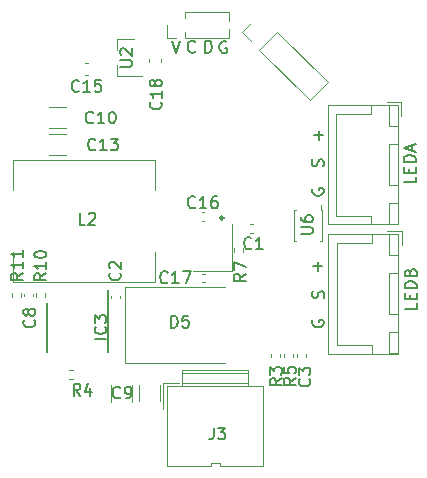
<source format=gto>
G04 #@! TF.GenerationSoftware,KiCad,Pcbnew,(5.1.10)-1*
G04 #@! TF.CreationDate,2021-05-29T17:35:04+08:00*
G04 #@! TF.ProjectId,tiny_V1.0,74696e79-5f56-4312-9e30-2e6b69636164,rev?*
G04 #@! TF.SameCoordinates,Original*
G04 #@! TF.FileFunction,Legend,Top*
G04 #@! TF.FilePolarity,Positive*
%FSLAX46Y46*%
G04 Gerber Fmt 4.6, Leading zero omitted, Abs format (unit mm)*
G04 Created by KiCad (PCBNEW (5.1.10)-1) date 2021-05-29 17:35:04*
%MOMM*%
%LPD*%
G01*
G04 APERTURE LIST*
%ADD10C,0.152400*%
%ADD11C,0.120000*%
%ADD12C,0.150000*%
%ADD13C,0.250000*%
G04 APERTURE END LIST*
D10*
X8327472Y7567708D02*
X9101567Y7567708D01*
X8714520Y7180660D02*
X8714520Y7954756D01*
X9074958Y4959854D02*
X9123339Y5104997D01*
X9123339Y5346901D01*
X9074958Y5443663D01*
X9026577Y5492044D01*
X8929815Y5540425D01*
X8833053Y5540425D01*
X8736291Y5492044D01*
X8687910Y5443663D01*
X8639529Y5346901D01*
X8591148Y5153378D01*
X8542767Y5056616D01*
X8494386Y5008235D01*
X8397624Y4959854D01*
X8300862Y4959854D01*
X8204100Y5008235D01*
X8155720Y5056616D01*
X8107339Y5153378D01*
X8107339Y5395282D01*
X8155720Y5540425D01*
X8173500Y3057515D02*
X8125119Y2960753D01*
X8125119Y2815610D01*
X8173500Y2670467D01*
X8270261Y2573705D01*
X8367023Y2525324D01*
X8560547Y2476943D01*
X8705690Y2476943D01*
X8899214Y2525324D01*
X8995976Y2573705D01*
X9092738Y2670467D01*
X9141119Y2815610D01*
X9141119Y2912372D01*
X9092738Y3057515D01*
X9044357Y3105896D01*
X8705690Y3105896D01*
X8705690Y2912372D01*
X8173500Y-8085464D02*
X8125119Y-8182226D01*
X8125119Y-8327369D01*
X8173500Y-8472512D01*
X8270261Y-8569274D01*
X8367023Y-8617655D01*
X8560547Y-8666036D01*
X8705690Y-8666036D01*
X8899214Y-8617655D01*
X8995976Y-8569274D01*
X9092738Y-8472512D01*
X9141119Y-8327369D01*
X9141119Y-8230607D01*
X9092738Y-8085464D01*
X9044357Y-8037083D01*
X8705690Y-8037083D01*
X8705690Y-8230607D01*
X9107978Y-6188205D02*
X9156359Y-6043062D01*
X9156359Y-5801158D01*
X9107978Y-5704396D01*
X9059597Y-5656015D01*
X8962835Y-5607634D01*
X8866073Y-5607634D01*
X8769311Y-5656015D01*
X8720930Y-5704396D01*
X8672549Y-5801158D01*
X8624168Y-5994681D01*
X8575787Y-6091443D01*
X8527406Y-6139824D01*
X8430644Y-6188205D01*
X8333882Y-6188205D01*
X8237120Y-6139824D01*
X8188740Y-6091443D01*
X8140359Y-5994681D01*
X8140359Y-5752777D01*
X8188740Y-5607634D01*
X8241112Y-3511771D02*
X9015207Y-3511771D01*
X8628160Y-3898819D02*
X8628160Y-3124723D01*
X16979559Y-6627262D02*
X16979559Y-7111072D01*
X15963559Y-7111072D01*
X16447368Y-6288596D02*
X16447368Y-5949929D01*
X16979559Y-5804786D02*
X16979559Y-6288596D01*
X15963559Y-6288596D01*
X15963559Y-5804786D01*
X16979559Y-5369358D02*
X15963559Y-5369358D01*
X15963559Y-5127453D01*
X16011940Y-4982310D01*
X16108701Y-4885548D01*
X16205463Y-4837167D01*
X16398987Y-4788786D01*
X16544130Y-4788786D01*
X16737654Y-4837167D01*
X16834416Y-4885548D01*
X16931178Y-4982310D01*
X16979559Y-5127453D01*
X16979559Y-5369358D01*
X16447368Y-4014691D02*
X16495749Y-3869548D01*
X16544130Y-3821167D01*
X16640892Y-3772786D01*
X16786035Y-3772786D01*
X16882797Y-3821167D01*
X16931178Y-3869548D01*
X16979559Y-3966310D01*
X16979559Y-4353358D01*
X15963559Y-4353358D01*
X15963559Y-4014691D01*
X16011940Y-3917929D01*
X16060320Y-3869548D01*
X16157082Y-3821167D01*
X16253844Y-3821167D01*
X16350606Y-3869548D01*
X16398987Y-3917929D01*
X16447368Y-4014691D01*
X16447368Y-4353358D01*
X16895739Y4070128D02*
X16895739Y3586319D01*
X15879739Y3586319D01*
X16363548Y4408795D02*
X16363548Y4747461D01*
X16895739Y4892604D02*
X16895739Y4408795D01*
X15879739Y4408795D01*
X15879739Y4892604D01*
X16895739Y5328033D02*
X15879739Y5328033D01*
X15879739Y5569938D01*
X15928120Y5715080D01*
X16024881Y5811842D01*
X16121643Y5860223D01*
X16315167Y5908604D01*
X16460310Y5908604D01*
X16653834Y5860223D01*
X16750596Y5811842D01*
X16847358Y5715080D01*
X16895739Y5569938D01*
X16895739Y5328033D01*
X16605453Y6295652D02*
X16605453Y6779461D01*
X16895739Y6198890D02*
X15879739Y6537557D01*
X16895739Y6876223D01*
X-3724706Y15557580D02*
X-3386040Y14541580D01*
X-3047373Y15557580D01*
X867855Y15496500D02*
X771093Y15544880D01*
X625950Y15544880D01*
X480807Y15496500D01*
X384045Y15399738D01*
X335664Y15302976D01*
X287283Y15109452D01*
X287283Y14964309D01*
X335664Y14770785D01*
X384045Y14674023D01*
X480807Y14577261D01*
X625950Y14528880D01*
X722712Y14528880D01*
X867855Y14577261D01*
X916236Y14625642D01*
X916236Y14964309D01*
X722712Y14964309D01*
X-919095Y14564440D02*
X-919095Y15580440D01*
X-677190Y15580440D01*
X-532047Y15532060D01*
X-435285Y15435298D01*
X-386904Y15338536D01*
X-338523Y15145012D01*
X-338523Y14999869D01*
X-386904Y14806345D01*
X-435285Y14709583D01*
X-532047Y14612821D01*
X-677190Y14564440D01*
X-919095Y14564440D01*
X-1745683Y14673902D02*
X-1794064Y14625521D01*
X-1939207Y14577140D01*
X-2035969Y14577140D01*
X-2181112Y14625521D01*
X-2277874Y14722283D01*
X-2326255Y14819045D01*
X-2374636Y15012569D01*
X-2374636Y15157712D01*
X-2326255Y15351236D01*
X-2277874Y15447998D01*
X-2181112Y15544760D01*
X-2035969Y15593140D01*
X-1939207Y15593140D01*
X-1794064Y15544760D01*
X-1745683Y15496379D01*
D11*
X7606400Y-10964064D02*
X7606400Y-11179736D01*
X6886400Y-10964064D02*
X6886400Y-11179736D01*
X15436640Y-782680D02*
X9466640Y-782680D01*
X9466640Y-782680D02*
X9466640Y-10902680D01*
X9466640Y-10902680D02*
X15436640Y-10902680D01*
X15436640Y-10902680D02*
X15436640Y-782680D01*
X15426640Y-4092680D02*
X14676640Y-4092680D01*
X14676640Y-4092680D02*
X14676640Y-7592680D01*
X14676640Y-7592680D02*
X15426640Y-7592680D01*
X15426640Y-7592680D02*
X15426640Y-4092680D01*
X15426640Y-792680D02*
X14676640Y-792680D01*
X14676640Y-792680D02*
X14676640Y-2592680D01*
X14676640Y-2592680D02*
X15426640Y-2592680D01*
X15426640Y-2592680D02*
X15426640Y-792680D01*
X15426640Y-9092680D02*
X14676640Y-9092680D01*
X14676640Y-9092680D02*
X14676640Y-10892680D01*
X14676640Y-10892680D02*
X15426640Y-10892680D01*
X15426640Y-10892680D02*
X15426640Y-9092680D01*
X13176640Y-792680D02*
X13176640Y-1542680D01*
X13176640Y-1542680D02*
X10226640Y-1542680D01*
X10226640Y-1542680D02*
X10226640Y-5842680D01*
X13176640Y-10892680D02*
X13176640Y-10142680D01*
X13176640Y-10142680D02*
X10226640Y-10142680D01*
X10226640Y-10142680D02*
X10226640Y-5842680D01*
X15726640Y-1742680D02*
X15726640Y-492680D01*
X15726640Y-492680D02*
X14476640Y-492680D01*
X15413780Y10146940D02*
X9443780Y10146940D01*
X9443780Y10146940D02*
X9443780Y26940D01*
X9443780Y26940D02*
X15413780Y26940D01*
X15413780Y26940D02*
X15413780Y10146940D01*
X15403780Y6836940D02*
X14653780Y6836940D01*
X14653780Y6836940D02*
X14653780Y3336940D01*
X14653780Y3336940D02*
X15403780Y3336940D01*
X15403780Y3336940D02*
X15403780Y6836940D01*
X15403780Y10136940D02*
X14653780Y10136940D01*
X14653780Y10136940D02*
X14653780Y8336940D01*
X14653780Y8336940D02*
X15403780Y8336940D01*
X15403780Y8336940D02*
X15403780Y10136940D01*
X15403780Y1836940D02*
X14653780Y1836940D01*
X14653780Y1836940D02*
X14653780Y36940D01*
X14653780Y36940D02*
X15403780Y36940D01*
X15403780Y36940D02*
X15403780Y1836940D01*
X13153780Y10136940D02*
X13153780Y9386940D01*
X13153780Y9386940D02*
X10203780Y9386940D01*
X10203780Y9386940D02*
X10203780Y5086940D01*
X13153780Y36940D02*
X13153780Y786940D01*
X13153780Y786940D02*
X10203780Y786940D01*
X10203780Y786940D02*
X10203780Y5086940D01*
X15703780Y9186940D02*
X15703780Y10436940D01*
X15703780Y10436940D02*
X14453780Y10436940D01*
X-4463640Y-13382940D02*
X-4463640Y-15582940D01*
X-3163640Y-13382940D02*
X-4463640Y-13382940D01*
X326360Y-20412940D02*
X4006360Y-20412940D01*
X-443640Y-20412940D02*
X-4123640Y-20412940D01*
X-443640Y-20412940D02*
X-443640Y-20152940D01*
X-443640Y-20152940D02*
X326360Y-20152940D01*
X326360Y-20152940D02*
X326360Y-20412940D01*
X-2853640Y-13422940D02*
X2736360Y-13422940D01*
X-2853640Y-12532940D02*
X2736360Y-12532940D01*
X4006360Y-13672940D02*
X4006360Y-15582940D01*
X-4123640Y-13672940D02*
X-4123640Y-15582940D01*
X-2853640Y-12282940D02*
X2736360Y-12282940D01*
X2736360Y-13672940D02*
X2736360Y-12282940D01*
X-2853640Y-13672940D02*
X-2853640Y-12282940D01*
X-4123640Y-13672940D02*
X4006360Y-13672940D01*
X-4123640Y-15582940D02*
X-4123640Y-20412940D01*
X4006360Y-20412940D02*
X4006360Y-15582940D01*
X-1962640Y-3894880D02*
X1337360Y-3894880D01*
X1337360Y-3894880D02*
X1337360Y105120D01*
X6600120Y1256780D02*
X6800120Y1256780D01*
X8900120Y1256780D02*
X8900120Y1656780D01*
X9000120Y1256780D02*
X8900120Y1256780D01*
X9000120Y-1343220D02*
X9000120Y1256780D01*
X8800120Y-1343220D02*
X9000120Y-1343220D01*
X6600120Y-1343220D02*
X6800120Y-1343220D01*
X6600120Y1256780D02*
X6600120Y-1343220D01*
X-8420860Y15770940D02*
X-8420860Y14840940D01*
X-8420860Y12610940D02*
X-8420860Y13540940D01*
X-8420860Y12610940D02*
X-6260860Y12610940D01*
X-8420860Y15770940D02*
X-6960860Y15770940D01*
X-17235660Y-6104901D02*
X-17235660Y-5797619D01*
X-16475660Y-6104901D02*
X-16475660Y-5797619D01*
X-15239220Y-6112521D02*
X-15239220Y-5805239D01*
X-14479220Y-6112521D02*
X-14479220Y-5805239D01*
X1547640Y-2287281D02*
X1547640Y-1979999D01*
X2307640Y-2287281D02*
X2307640Y-1979999D01*
X5751340Y-11220461D02*
X5751340Y-10913179D01*
X6511340Y-11220461D02*
X6511340Y-10913179D01*
X-12140179Y-13064800D02*
X-12447461Y-13064800D01*
X-12140179Y-12304800D02*
X-12447461Y-12304800D01*
X5411520Y-10918259D02*
X5411520Y-11225541D01*
X4651520Y-10918259D02*
X4651520Y-11225541D01*
X-17145740Y-2290160D02*
X-17145740Y-4840160D01*
X-5145740Y2909840D02*
X-5145740Y5459840D01*
X-5145740Y5459840D02*
X-17145740Y5459840D01*
X-17145740Y5459840D02*
X-17145740Y2909840D01*
X-17145740Y-4840160D02*
X-5145740Y-4840160D01*
X-5145740Y-4840160D02*
X-5145740Y-2290160D01*
X1118960Y15813980D02*
X1118960Y16616450D01*
X1118960Y17231510D02*
X1118960Y18033980D01*
X-2626040Y15813980D02*
X1118960Y15813980D01*
X-2626040Y18033980D02*
X1118960Y18033980D01*
X-2626040Y15813980D02*
X-2626040Y16360509D01*
X-2626040Y17487451D02*
X-2626040Y18033980D01*
X-3386040Y15813980D02*
X-4146040Y15813980D01*
X-4146040Y15813980D02*
X-4146040Y16923980D01*
X7953361Y10552353D02*
X9452427Y12051419D01*
X3668294Y14837420D02*
X7953361Y10552353D01*
X5167360Y16336486D02*
X9452427Y12051419D01*
X3668294Y14837420D02*
X5167360Y16336486D01*
X2961187Y15544527D02*
X2211654Y16294060D01*
X2211654Y16294060D02*
X2961187Y17043593D01*
D12*
X-9121920Y-5511840D02*
X-9121920Y-10761840D01*
X-14271920Y-6611840D02*
X-14271920Y-10761840D01*
D13*
X630680Y576040D02*
G75*
G03*
X630680Y576040I-125000J0D01*
G01*
D11*
X-7672960Y-11731100D02*
X-7672960Y-5231100D01*
X-7672960Y-11731100D02*
X727040Y-11731100D01*
X-7672960Y-5231100D02*
X727040Y-5231100D01*
X-6531240Y-14953072D02*
X-6531240Y-13530568D01*
X-4711240Y-14953072D02*
X-4711240Y-13530568D01*
X-4661660Y14054660D02*
X-4661660Y13773500D01*
X-5681660Y14054660D02*
X-5681660Y13773500D01*
X-1182476Y-4146000D02*
X-966804Y-4146000D01*
X-1182476Y-4866000D02*
X-966804Y-4866000D01*
X-1220576Y1068620D02*
X-1004904Y1068620D01*
X-1220576Y348620D02*
X-1004904Y348620D01*
X-11075500Y13677320D02*
X-10794340Y13677320D01*
X-11075500Y12657320D02*
X-10794340Y12657320D01*
X-12730648Y5897160D02*
X-14153152Y5897160D01*
X-12730648Y7717160D02*
X-14153152Y7717160D01*
X-12720488Y8188240D02*
X-14142992Y8188240D01*
X-12720488Y10008240D02*
X-14142992Y10008240D01*
X-8888360Y-14973392D02*
X-8888360Y-13550888D01*
X-7068360Y-14973392D02*
X-7068360Y-13550888D01*
X-16217440Y-6059096D02*
X-16217440Y-5843424D01*
X-15497440Y-6059096D02*
X-15497440Y-5843424D01*
X-8879380Y-6216576D02*
X-8879380Y-6000904D01*
X-8159380Y-6216576D02*
X-8159380Y-6000904D01*
X2891684Y32300D02*
X3107356Y32300D01*
X2891684Y-687700D02*
X3107356Y-687700D01*
D12*
X7903262Y-13039426D02*
X7950881Y-13087045D01*
X7998500Y-13229902D01*
X7998500Y-13325140D01*
X7950881Y-13467998D01*
X7855643Y-13563236D01*
X7760405Y-13610855D01*
X7569929Y-13658474D01*
X7427072Y-13658474D01*
X7236596Y-13610855D01*
X7141358Y-13563236D01*
X7046120Y-13467998D01*
X6998500Y-13325140D01*
X6998500Y-13229902D01*
X7046120Y-13087045D01*
X7093739Y-13039426D01*
X6998500Y-12706093D02*
X6998500Y-12087045D01*
X7379453Y-12420379D01*
X7379453Y-12277521D01*
X7427072Y-12182283D01*
X7474691Y-12134664D01*
X7569929Y-12087045D01*
X7808024Y-12087045D01*
X7903262Y-12134664D01*
X7950881Y-12182283D01*
X7998500Y-12277521D01*
X7998500Y-12563236D01*
X7950881Y-12658474D01*
X7903262Y-12706093D01*
X-204013Y-17166380D02*
X-204013Y-17880666D01*
X-251632Y-18023523D01*
X-346870Y-18118761D01*
X-489727Y-18166380D01*
X-584965Y-18166380D01*
X176939Y-17166380D02*
X795986Y-17166380D01*
X462653Y-17547333D01*
X605510Y-17547333D01*
X700748Y-17594952D01*
X748367Y-17642571D01*
X795986Y-17737809D01*
X795986Y-17975904D01*
X748367Y-18071142D01*
X700748Y-18118761D01*
X605510Y-18166380D01*
X319796Y-18166380D01*
X224558Y-18118761D01*
X176939Y-18071142D01*
X7186460Y-774644D02*
X7995984Y-774644D01*
X8091222Y-727025D01*
X8138841Y-679406D01*
X8186460Y-584168D01*
X8186460Y-393692D01*
X8138841Y-298454D01*
X8091222Y-250835D01*
X7995984Y-203216D01*
X7186460Y-203216D01*
X7186460Y701545D02*
X7186460Y511069D01*
X7234080Y415831D01*
X7281699Y368212D01*
X7424556Y272974D01*
X7615032Y225355D01*
X7995984Y225355D01*
X8091222Y272974D01*
X8138841Y320593D01*
X8186460Y415831D01*
X8186460Y606307D01*
X8138841Y701545D01*
X8091222Y749164D01*
X7995984Y796783D01*
X7757889Y796783D01*
X7662651Y749164D01*
X7615032Y701545D01*
X7567413Y606307D01*
X7567413Y415831D01*
X7615032Y320593D01*
X7662651Y272974D01*
X7757889Y225355D01*
X-8124659Y13365535D02*
X-7315135Y13365535D01*
X-7219897Y13413154D01*
X-7172278Y13460773D01*
X-7124659Y13556011D01*
X-7124659Y13746487D01*
X-7172278Y13841725D01*
X-7219897Y13889344D01*
X-7315135Y13936963D01*
X-8124659Y13936963D01*
X-8029420Y14365535D02*
X-8077040Y14413154D01*
X-8124659Y14508392D01*
X-8124659Y14746487D01*
X-8077040Y14841725D01*
X-8029420Y14889344D01*
X-7934182Y14936963D01*
X-7838944Y14936963D01*
X-7696087Y14889344D01*
X-7124659Y14317916D01*
X-7124659Y14936963D01*
X-16347399Y-4079517D02*
X-16823589Y-4412850D01*
X-16347399Y-4650945D02*
X-17347399Y-4650945D01*
X-17347399Y-4269993D01*
X-17299780Y-4174755D01*
X-17252160Y-4127136D01*
X-17156922Y-4079517D01*
X-17014065Y-4079517D01*
X-16918827Y-4127136D01*
X-16871208Y-4174755D01*
X-16823589Y-4269993D01*
X-16823589Y-4650945D01*
X-16347399Y-3127136D02*
X-16347399Y-3698564D01*
X-16347399Y-3412850D02*
X-17347399Y-3412850D01*
X-17204541Y-3508088D01*
X-17109303Y-3603326D01*
X-17061684Y-3698564D01*
X-16347399Y-2174755D02*
X-16347399Y-2746183D01*
X-16347399Y-2460469D02*
X-17347399Y-2460469D01*
X-17204541Y-2555707D01*
X-17109303Y-2650945D01*
X-17061684Y-2746183D01*
X-14383979Y-4122697D02*
X-14860169Y-4456030D01*
X-14383979Y-4694125D02*
X-15383979Y-4694125D01*
X-15383979Y-4313173D01*
X-15336360Y-4217935D01*
X-15288740Y-4170316D01*
X-15193502Y-4122697D01*
X-15050645Y-4122697D01*
X-14955407Y-4170316D01*
X-14907788Y-4217935D01*
X-14860169Y-4313173D01*
X-14860169Y-4694125D01*
X-14383979Y-3170316D02*
X-14383979Y-3741744D01*
X-14383979Y-3456030D02*
X-15383979Y-3456030D01*
X-15241121Y-3551268D01*
X-15145883Y-3646506D01*
X-15098264Y-3741744D01*
X-15383979Y-2551268D02*
X-15383979Y-2456030D01*
X-15336360Y-2360792D01*
X-15288740Y-2313173D01*
X-15193502Y-2265554D01*
X-15003026Y-2217935D01*
X-14764931Y-2217935D01*
X-14574455Y-2265554D01*
X-14479217Y-2313173D01*
X-14431598Y-2360792D01*
X-14383979Y-2456030D01*
X-14383979Y-2551268D01*
X-14431598Y-2646506D01*
X-14479217Y-2694125D01*
X-14574455Y-2741744D01*
X-14764931Y-2789363D01*
X-15003026Y-2789363D01*
X-15193502Y-2741744D01*
X-15288740Y-2694125D01*
X-15336360Y-2646506D01*
X-15383979Y-2551268D01*
X2514640Y-4157046D02*
X2038450Y-4490380D01*
X2514640Y-4728475D02*
X1514640Y-4728475D01*
X1514640Y-4347522D01*
X1562260Y-4252284D01*
X1609879Y-4204665D01*
X1705117Y-4157046D01*
X1847974Y-4157046D01*
X1943212Y-4204665D01*
X1990831Y-4252284D01*
X2038450Y-4347522D01*
X2038450Y-4728475D01*
X1514640Y-3823713D02*
X1514640Y-3157046D01*
X2514640Y-3585618D01*
X6738660Y-12953066D02*
X6262470Y-13286400D01*
X6738660Y-13524495D02*
X5738660Y-13524495D01*
X5738660Y-13143542D01*
X5786280Y-13048304D01*
X5833899Y-13000685D01*
X5929137Y-12953066D01*
X6071994Y-12953066D01*
X6167232Y-13000685D01*
X6214851Y-13048304D01*
X6262470Y-13143542D01*
X6262470Y-13524495D01*
X5738660Y-12048304D02*
X5738660Y-12524495D01*
X6214851Y-12572114D01*
X6167232Y-12524495D01*
X6119613Y-12429257D01*
X6119613Y-12191161D01*
X6167232Y-12095923D01*
X6214851Y-12048304D01*
X6310089Y-12000685D01*
X6548184Y-12000685D01*
X6643422Y-12048304D01*
X6691041Y-12095923D01*
X6738660Y-12191161D01*
X6738660Y-12429257D01*
X6691041Y-12524495D01*
X6643422Y-12572114D01*
X-11485126Y-14460520D02*
X-11818460Y-13984330D01*
X-12056555Y-14460520D02*
X-12056555Y-13460520D01*
X-11675602Y-13460520D01*
X-11580364Y-13508140D01*
X-11532745Y-13555759D01*
X-11485126Y-13650997D01*
X-11485126Y-13793854D01*
X-11532745Y-13889092D01*
X-11580364Y-13936711D01*
X-11675602Y-13984330D01*
X-12056555Y-13984330D01*
X-10627983Y-13793854D02*
X-10627983Y-14460520D01*
X-10866079Y-13412901D02*
X-11104174Y-14127187D01*
X-10485126Y-14127187D01*
X5562640Y-13011486D02*
X5086450Y-13344820D01*
X5562640Y-13582915D02*
X4562640Y-13582915D01*
X4562640Y-13201962D01*
X4610260Y-13106724D01*
X4657879Y-13059105D01*
X4753117Y-13011486D01*
X4895974Y-13011486D01*
X4991212Y-13059105D01*
X5038831Y-13106724D01*
X5086450Y-13201962D01*
X5086450Y-13582915D01*
X4562640Y-12678153D02*
X4562640Y-12059105D01*
X4943593Y-12392439D01*
X4943593Y-12249581D01*
X4991212Y-12154343D01*
X5038831Y-12106724D01*
X5134069Y-12059105D01*
X5372164Y-12059105D01*
X5467402Y-12106724D01*
X5515021Y-12154343D01*
X5562640Y-12249581D01*
X5562640Y-12535296D01*
X5515021Y-12630534D01*
X5467402Y-12678153D01*
X-11063486Y22559D02*
X-11539677Y22559D01*
X-11539677Y1022559D01*
X-10777772Y927320D02*
X-10730153Y974940D01*
X-10634915Y1022559D01*
X-10396820Y1022559D01*
X-10301581Y974940D01*
X-10253962Y927320D01*
X-10206343Y832082D01*
X-10206343Y736844D01*
X-10253962Y593987D01*
X-10825391Y22559D01*
X-10206343Y22559D01*
X-9283659Y-9670650D02*
X-10283659Y-9670650D01*
X-9378897Y-8623031D02*
X-9331278Y-8670650D01*
X-9283659Y-8813507D01*
X-9283659Y-8908745D01*
X-9331278Y-9051602D01*
X-9426516Y-9146840D01*
X-9521754Y-9194460D01*
X-9712230Y-9242079D01*
X-9855087Y-9242079D01*
X-10045563Y-9194460D01*
X-10140801Y-9146840D01*
X-10236040Y-9051602D01*
X-10283659Y-8908745D01*
X-10283659Y-8813507D01*
X-10236040Y-8670650D01*
X-10188420Y-8623031D01*
X-10283659Y-8289698D02*
X-10283659Y-7670650D01*
X-9902706Y-8003983D01*
X-9902706Y-7861126D01*
X-9855087Y-7765888D01*
X-9807468Y-7718269D01*
X-9712230Y-7670650D01*
X-9474135Y-7670650D01*
X-9378897Y-7718269D01*
X-9331278Y-7765888D01*
X-9283659Y-7861126D01*
X-9283659Y-8146840D01*
X-9331278Y-8242079D01*
X-9378897Y-8289698D01*
X-3809175Y-8697260D02*
X-3809175Y-7697260D01*
X-3571080Y-7697260D01*
X-3428222Y-7744880D01*
X-3332984Y-7840118D01*
X-3285365Y-7935356D01*
X-3237746Y-8125832D01*
X-3237746Y-8268689D01*
X-3285365Y-8459165D01*
X-3332984Y-8554403D01*
X-3428222Y-8649641D01*
X-3571080Y-8697260D01*
X-3809175Y-8697260D01*
X-2332984Y-7697260D02*
X-2809175Y-7697260D01*
X-2856794Y-8173451D01*
X-2809175Y-8125832D01*
X-2713937Y-8078213D01*
X-2475841Y-8078213D01*
X-2380603Y-8125832D01*
X-2332984Y-8173451D01*
X-2285365Y-8268689D01*
X-2285365Y-8506784D01*
X-2332984Y-8602022D01*
X-2380603Y-8649641D01*
X-2475841Y-8697260D01*
X-2713937Y-8697260D01*
X-2809175Y-8649641D01*
X-2856794Y-8602022D01*
X-4690057Y10393402D02*
X-4642438Y10345783D01*
X-4594819Y10202926D01*
X-4594819Y10107688D01*
X-4642438Y9964831D01*
X-4737676Y9869593D01*
X-4832914Y9821974D01*
X-5023390Y9774355D01*
X-5166247Y9774355D01*
X-5356723Y9821974D01*
X-5451961Y9869593D01*
X-5547200Y9964831D01*
X-5594819Y10107688D01*
X-5594819Y10202926D01*
X-5547200Y10345783D01*
X-5499580Y10393402D01*
X-4594819Y11345783D02*
X-4594819Y10774355D01*
X-4594819Y11060069D02*
X-5594819Y11060069D01*
X-5451961Y10964831D01*
X-5356723Y10869593D01*
X-5309104Y10774355D01*
X-5166247Y11917212D02*
X-5213866Y11821974D01*
X-5261485Y11774355D01*
X-5356723Y11726736D01*
X-5404342Y11726736D01*
X-5499580Y11774355D01*
X-5547200Y11821974D01*
X-5594819Y11917212D01*
X-5594819Y12107688D01*
X-5547200Y12202926D01*
X-5499580Y12250545D01*
X-5404342Y12298164D01*
X-5356723Y12298164D01*
X-5261485Y12250545D01*
X-5213866Y12202926D01*
X-5166247Y12107688D01*
X-5166247Y11917212D01*
X-5118628Y11821974D01*
X-5071009Y11774355D01*
X-4975771Y11726736D01*
X-4785295Y11726736D01*
X-4690057Y11774355D01*
X-4642438Y11821974D01*
X-4594819Y11917212D01*
X-4594819Y12107688D01*
X-4642438Y12202926D01*
X-4690057Y12250545D01*
X-4785295Y12298164D01*
X-4975771Y12298164D01*
X-5071009Y12250545D01*
X-5118628Y12202926D01*
X-5166247Y12107688D01*
X-4102557Y-4858062D02*
X-4150176Y-4905681D01*
X-4293033Y-4953300D01*
X-4388271Y-4953300D01*
X-4531128Y-4905681D01*
X-4626366Y-4810443D01*
X-4673985Y-4715205D01*
X-4721604Y-4524729D01*
X-4721604Y-4381872D01*
X-4673985Y-4191396D01*
X-4626366Y-4096158D01*
X-4531128Y-4000920D01*
X-4388271Y-3953300D01*
X-4293033Y-3953300D01*
X-4150176Y-4000920D01*
X-4102557Y-4048539D01*
X-3150176Y-4953300D02*
X-3721604Y-4953300D01*
X-3435890Y-4953300D02*
X-3435890Y-3953300D01*
X-3531128Y-4096158D01*
X-3626366Y-4191396D01*
X-3721604Y-4239015D01*
X-2816842Y-3953300D02*
X-2150176Y-3953300D01*
X-2578747Y-4953300D01*
X-1755597Y1511477D02*
X-1803216Y1463858D01*
X-1946073Y1416239D01*
X-2041311Y1416239D01*
X-2184168Y1463858D01*
X-2279406Y1559096D01*
X-2327025Y1654334D01*
X-2374644Y1844810D01*
X-2374644Y1987667D01*
X-2327025Y2178143D01*
X-2279406Y2273381D01*
X-2184168Y2368620D01*
X-2041311Y2416239D01*
X-1946073Y2416239D01*
X-1803216Y2368620D01*
X-1755597Y2321000D01*
X-803216Y1416239D02*
X-1374644Y1416239D01*
X-1088930Y1416239D02*
X-1088930Y2416239D01*
X-1184168Y2273381D01*
X-1279406Y2178143D01*
X-1374644Y2130524D01*
X53926Y2416239D02*
X-136549Y2416239D01*
X-231787Y2368620D01*
X-279406Y2321000D01*
X-374644Y2178143D01*
X-422263Y1987667D01*
X-422263Y1606715D01*
X-374644Y1511477D01*
X-327025Y1463858D01*
X-231787Y1416239D01*
X-41311Y1416239D01*
X53926Y1463858D01*
X101545Y1511477D01*
X149164Y1606715D01*
X149164Y1844810D01*
X101545Y1940048D01*
X53926Y1987667D01*
X-41311Y2035286D01*
X-231787Y2035286D01*
X-327025Y1987667D01*
X-374644Y1940048D01*
X-422263Y1844810D01*
X-11610797Y11359837D02*
X-11658416Y11312218D01*
X-11801273Y11264599D01*
X-11896511Y11264599D01*
X-12039368Y11312218D01*
X-12134606Y11407456D01*
X-12182225Y11502694D01*
X-12229844Y11693170D01*
X-12229844Y11836027D01*
X-12182225Y12026503D01*
X-12134606Y12121741D01*
X-12039368Y12216980D01*
X-11896511Y12264599D01*
X-11801273Y12264599D01*
X-11658416Y12216980D01*
X-11610797Y12169360D01*
X-10658416Y11264599D02*
X-11229844Y11264599D01*
X-10944130Y11264599D02*
X-10944130Y12264599D01*
X-11039368Y12121741D01*
X-11134606Y12026503D01*
X-11229844Y11978884D01*
X-9753654Y12264599D02*
X-10229844Y12264599D01*
X-10277463Y11788408D01*
X-10229844Y11836027D01*
X-10134606Y11883646D01*
X-9896511Y11883646D01*
X-9801273Y11836027D01*
X-9753654Y11788408D01*
X-9706035Y11693170D01*
X-9706035Y11455075D01*
X-9753654Y11359837D01*
X-9801273Y11312218D01*
X-9896511Y11264599D01*
X-10134606Y11264599D01*
X-10229844Y11312218D01*
X-10277463Y11359837D01*
X-10203637Y6391597D02*
X-10251256Y6343978D01*
X-10394113Y6296359D01*
X-10489351Y6296359D01*
X-10632208Y6343978D01*
X-10727446Y6439216D01*
X-10775065Y6534454D01*
X-10822684Y6724930D01*
X-10822684Y6867787D01*
X-10775065Y7058263D01*
X-10727446Y7153501D01*
X-10632208Y7248740D01*
X-10489351Y7296359D01*
X-10394113Y7296359D01*
X-10251256Y7248740D01*
X-10203637Y7201120D01*
X-9251256Y6296359D02*
X-9822684Y6296359D01*
X-9536970Y6296359D02*
X-9536970Y7296359D01*
X-9632208Y7153501D01*
X-9727446Y7058263D01*
X-9822684Y7010644D01*
X-8917922Y7296359D02*
X-8298875Y7296359D01*
X-8632208Y6915406D01*
X-8489351Y6915406D01*
X-8394113Y6867787D01*
X-8346494Y6820168D01*
X-8298875Y6724930D01*
X-8298875Y6486835D01*
X-8346494Y6391597D01*
X-8394113Y6343978D01*
X-8489351Y6296359D01*
X-8775065Y6296359D01*
X-8870303Y6343978D01*
X-8917922Y6391597D01*
X-10404297Y8672517D02*
X-10451916Y8624898D01*
X-10594773Y8577279D01*
X-10690011Y8577279D01*
X-10832868Y8624898D01*
X-10928106Y8720136D01*
X-10975725Y8815374D01*
X-11023344Y9005850D01*
X-11023344Y9148707D01*
X-10975725Y9339183D01*
X-10928106Y9434421D01*
X-10832868Y9529660D01*
X-10690011Y9577279D01*
X-10594773Y9577279D01*
X-10451916Y9529660D01*
X-10404297Y9482040D01*
X-9451916Y8577279D02*
X-10023344Y8577279D01*
X-9737630Y8577279D02*
X-9737630Y9577279D01*
X-9832868Y9434421D01*
X-9928106Y9339183D01*
X-10023344Y9291564D01*
X-8832868Y9577279D02*
X-8737630Y9577279D01*
X-8642392Y9529660D01*
X-8594773Y9482040D01*
X-8547154Y9386802D01*
X-8499535Y9196326D01*
X-8499535Y8958231D01*
X-8547154Y8767755D01*
X-8594773Y8672517D01*
X-8642392Y8624898D01*
X-8737630Y8577279D01*
X-8832868Y8577279D01*
X-8928106Y8624898D01*
X-8975725Y8672517D01*
X-9023344Y8767755D01*
X-9070963Y8958231D01*
X-9070963Y9196326D01*
X-9023344Y9386802D01*
X-8975725Y9482040D01*
X-8928106Y9529660D01*
X-8832868Y9577279D01*
X-8117086Y-14609122D02*
X-8164705Y-14656741D01*
X-8307562Y-14704360D01*
X-8402800Y-14704360D01*
X-8545658Y-14656741D01*
X-8640896Y-14561503D01*
X-8688515Y-14466265D01*
X-8736134Y-14275789D01*
X-8736134Y-14132932D01*
X-8688515Y-13942456D01*
X-8640896Y-13847218D01*
X-8545658Y-13751980D01*
X-8402800Y-13704360D01*
X-8307562Y-13704360D01*
X-8164705Y-13751980D01*
X-8117086Y-13799599D01*
X-7640896Y-14704360D02*
X-7450420Y-14704360D01*
X-7355181Y-14656741D01*
X-7307562Y-14609122D01*
X-7212324Y-14466265D01*
X-7164705Y-14275789D01*
X-7164705Y-13894837D01*
X-7212324Y-13799599D01*
X-7259943Y-13751980D01*
X-7355181Y-13704360D01*
X-7545658Y-13704360D01*
X-7640896Y-13751980D01*
X-7688515Y-13799599D01*
X-7736134Y-13894837D01*
X-7736134Y-14132932D01*
X-7688515Y-14228170D01*
X-7640896Y-14275789D01*
X-7545658Y-14323408D01*
X-7355181Y-14323408D01*
X-7259943Y-14275789D01*
X-7212324Y-14228170D01*
X-7164705Y-14132932D01*
X-15396157Y-8061026D02*
X-15348538Y-8108645D01*
X-15300919Y-8251502D01*
X-15300919Y-8346740D01*
X-15348538Y-8489598D01*
X-15443776Y-8584836D01*
X-15539014Y-8632455D01*
X-15729490Y-8680074D01*
X-15872347Y-8680074D01*
X-16062823Y-8632455D01*
X-16158061Y-8584836D01*
X-16253300Y-8489598D01*
X-16300919Y-8346740D01*
X-16300919Y-8251502D01*
X-16253300Y-8108645D01*
X-16205680Y-8061026D01*
X-15872347Y-7489598D02*
X-15919966Y-7584836D01*
X-15967585Y-7632455D01*
X-16062823Y-7680074D01*
X-16110442Y-7680074D01*
X-16205680Y-7632455D01*
X-16253300Y-7584836D01*
X-16300919Y-7489598D01*
X-16300919Y-7299121D01*
X-16253300Y-7203883D01*
X-16205680Y-7156264D01*
X-16110442Y-7108645D01*
X-16062823Y-7108645D01*
X-15967585Y-7156264D01*
X-15919966Y-7203883D01*
X-15872347Y-7299121D01*
X-15872347Y-7489598D01*
X-15824728Y-7584836D01*
X-15777109Y-7632455D01*
X-15681871Y-7680074D01*
X-15491395Y-7680074D01*
X-15396157Y-7632455D01*
X-15348538Y-7584836D01*
X-15300919Y-7489598D01*
X-15300919Y-7299121D01*
X-15348538Y-7203883D01*
X-15396157Y-7156264D01*
X-15491395Y-7108645D01*
X-15681871Y-7108645D01*
X-15777109Y-7156264D01*
X-15824728Y-7203883D01*
X-15872347Y-7299121D01*
X-8146997Y-4063066D02*
X-8099378Y-4110685D01*
X-8051759Y-4253542D01*
X-8051759Y-4348780D01*
X-8099378Y-4491638D01*
X-8194616Y-4586876D01*
X-8289854Y-4634495D01*
X-8480330Y-4682114D01*
X-8623187Y-4682114D01*
X-8813663Y-4634495D01*
X-8908901Y-4586876D01*
X-9004140Y-4491638D01*
X-9051759Y-4348780D01*
X-9051759Y-4253542D01*
X-9004140Y-4110685D01*
X-8956520Y-4063066D01*
X-8956520Y-3682114D02*
X-9004140Y-3634495D01*
X-9051759Y-3539257D01*
X-9051759Y-3301161D01*
X-9004140Y-3205923D01*
X-8956520Y-3158304D01*
X-8861282Y-3110685D01*
X-8766044Y-3110685D01*
X-8623187Y-3158304D01*
X-8051759Y-3729733D01*
X-8051759Y-3110685D01*
X2990333Y-1967542D02*
X2942714Y-2015161D01*
X2799857Y-2062780D01*
X2704619Y-2062780D01*
X2561761Y-2015161D01*
X2466523Y-1919923D01*
X2418904Y-1824685D01*
X2371285Y-1634209D01*
X2371285Y-1491352D01*
X2418904Y-1300876D01*
X2466523Y-1205638D01*
X2561761Y-1110400D01*
X2704619Y-1062780D01*
X2799857Y-1062780D01*
X2942714Y-1110400D01*
X2990333Y-1158019D01*
X3942714Y-2062780D02*
X3371285Y-2062780D01*
X3657000Y-2062780D02*
X3657000Y-1062780D01*
X3561761Y-1205638D01*
X3466523Y-1300876D01*
X3371285Y-1348495D01*
M02*

</source>
